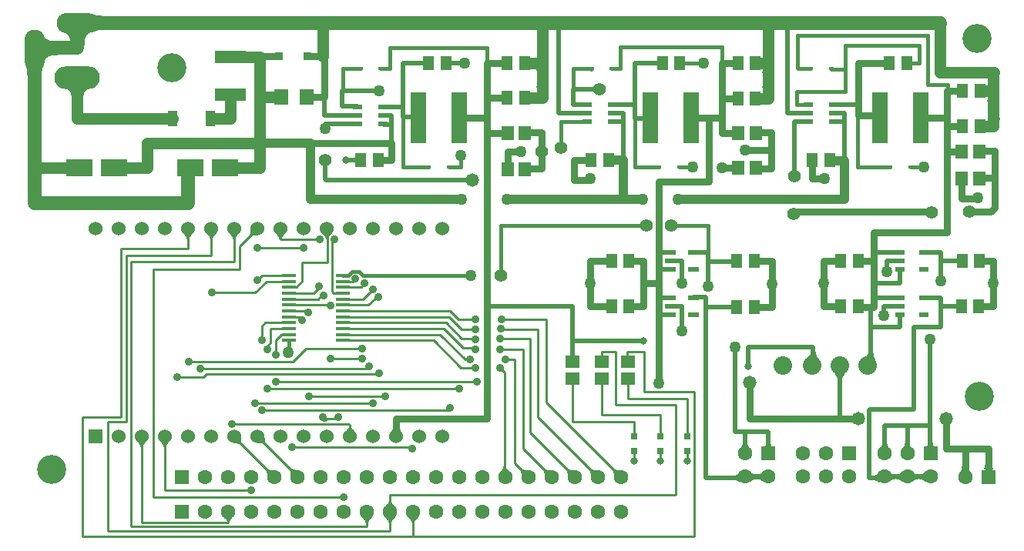
<source format=gtl>
G04*
G04 #@! TF.GenerationSoftware,Altium Limited,Altium Designer,24.4.1 (13)*
G04*
G04 Layer_Physical_Order=1*
G04 Layer_Color=255*
%FSLAX25Y25*%
%MOIN*%
G70*
G04*
G04 #@! TF.SameCoordinates,DFA012FA-E2B2-4B6A-99E0-2456AF4758C4*
G04*
G04*
G04 #@! TF.FilePolarity,Positive*
G04*
G01*
G75*
%ADD14C,0.01000*%
%ADD39R,0.05315X0.05906*%
%ADD40R,0.05906X0.01772*%
%ADD41R,0.13504X0.05315*%
%ADD42R,0.04921X0.02362*%
%ADD43R,0.05906X0.05315*%
%ADD44R,0.03150X0.03150*%
%ADD45R,0.04409X0.06772*%
%ADD46R,0.02323X0.01772*%
%ADD47R,0.05118X0.05906*%
%ADD48R,0.11614X0.07284*%
%ADD49R,0.04331X0.02362*%
%ADD50R,0.03543X0.03740*%
%ADD51R,0.04134X0.02165*%
%ADD52R,0.06693X0.22441*%
%ADD53R,0.06299X0.07087*%
%ADD54C,0.02000*%
%ADD55C,0.03000*%
%ADD56C,0.01500*%
%ADD57C,0.05000*%
%ADD58C,0.06000*%
%ADD59C,0.04000*%
%ADD60C,0.08000*%
%ADD61C,0.06000*%
%ADD62R,0.06000X0.06000*%
%ADD63C,0.06319*%
%ADD64R,0.06319X0.06319*%
%ADD65O,0.08858X0.17717*%
%ADD66O,0.17717X0.08858*%
%ADD67O,0.19685X0.09843*%
%ADD68C,0.12598*%
%ADD69C,0.03200*%
%ADD70C,0.03600*%
%ADD71C,0.05800*%
%ADD72C,0.05000*%
%ADD73C,0.05200*%
%ADD74C,0.05600*%
G36*
X33445Y230622D02*
X33879Y230461D01*
X34395Y230319D01*
X34994Y230195D01*
X36441Y230006D01*
X38220Y229892D01*
X40329Y229854D01*
Y223854D01*
X39233Y223845D01*
X35676Y223617D01*
X34994Y223513D01*
X33879Y223248D01*
X33445Y223087D01*
X33094Y222906D01*
Y230802D01*
X33445Y230622D01*
D02*
G37*
G36*
X32080Y222672D02*
X31571Y222482D01*
X31121Y222167D01*
X30732Y221725D01*
X30402Y221157D01*
X30133Y220463D01*
X29923Y219642D01*
X29773Y218696D01*
X29684Y217623D01*
X29653Y216424D01*
X23653D01*
X23624Y217623D01*
X23534Y218696D01*
X23384Y219642D01*
X23174Y220463D01*
X22905Y221157D01*
X22575Y221725D01*
X22186Y222167D01*
X21736Y222482D01*
X21227Y222672D01*
X20658Y222735D01*
X32649D01*
X32080Y222672D01*
D02*
G37*
G36*
X11902Y221374D02*
X12130Y220865D01*
X12487Y220416D01*
X12972Y220026D01*
X13586Y219697D01*
X14328Y219428D01*
X15198Y219218D01*
X16197Y219069D01*
X17325Y218979D01*
X18580Y218949D01*
Y212949D01*
X17396Y212919D01*
X16340Y212829D01*
X15413Y212679D01*
X14614Y212469D01*
X13943Y212199D01*
X13401Y211869D01*
X12987Y211479D01*
X12701Y211029D01*
X12545Y210520D01*
X12516Y209950D01*
X11802Y221942D01*
X11902Y221374D01*
D02*
G37*
G36*
X11917Y208252D02*
X11756Y207818D01*
X11614Y207302D01*
X11491Y206702D01*
X11301Y205256D01*
X11187Y203477D01*
X11150Y201367D01*
X5150D01*
X5140Y202464D01*
X4913Y206020D01*
X4808Y206702D01*
X4543Y207818D01*
X4382Y208252D01*
X4202Y208603D01*
X12098D01*
X11917Y208252D01*
D02*
G37*
G36*
X31178Y198276D02*
X30753Y198125D01*
X30378Y197874D01*
X30053Y197523D01*
X29778Y197071D01*
X29553Y196519D01*
X29379Y195867D01*
X29254Y195114D01*
X29179Y194261D01*
X29153Y193308D01*
X24153D01*
X24129Y194261D01*
X24054Y195114D01*
X23929Y195867D01*
X23754Y196519D01*
X23529Y197071D01*
X23254Y197523D01*
X22929Y197874D01*
X22554Y198125D01*
X22129Y198276D01*
X21655Y198326D01*
X31653D01*
X31178Y198276D01*
D02*
G37*
G36*
X104616Y134878D02*
X104183Y134875D01*
X103406Y134823D01*
X103063Y134774D01*
X102750Y134710D01*
X102467Y134630D01*
X102214Y134536D01*
X101991Y134426D01*
X101798Y134300D01*
X101635Y134160D01*
X100928Y134867D01*
X101068Y135030D01*
X101193Y135223D01*
X101303Y135446D01*
X101398Y135699D01*
X101478Y135983D01*
X101542Y136296D01*
X101591Y136639D01*
X101643Y137415D01*
X101646Y137848D01*
X104616Y134878D01*
D02*
G37*
G36*
X86442Y135427D02*
X85930Y134841D01*
X85722Y134564D01*
X85546Y134298D01*
X85402Y134041D01*
X85290Y133795D01*
X85210Y133560D01*
X85162Y133335D01*
X85146Y133120D01*
X84146D01*
X84130Y133335D01*
X84082Y133560D01*
X84002Y133795D01*
X83890Y134041D01*
X83746Y134298D01*
X83570Y134564D01*
X83362Y134841D01*
X82850Y135427D01*
X82546Y135735D01*
X86746D01*
X86442Y135427D01*
D02*
G37*
G36*
X136475Y135452D02*
X135967Y134856D01*
X135761Y134575D01*
X135586Y134306D01*
X135444Y134048D01*
X135332Y133801D01*
X135253Y133565D01*
X135205Y133341D01*
X135190Y133128D01*
X134190Y133113D01*
X134174Y133329D01*
X134125Y133555D01*
X134045Y133790D01*
X133932Y134035D01*
X133786Y134290D01*
X133609Y134554D01*
X133399Y134827D01*
X133158Y135110D01*
X132577Y135705D01*
X136777Y135766D01*
X136475Y135452D01*
D02*
G37*
G36*
X116639Y135636D02*
X116328Y135348D01*
X115803Y134796D01*
X115590Y134530D01*
X115410Y134273D01*
X115262Y134023D01*
X115147Y133781D01*
X115066Y133546D01*
X115016Y133319D01*
X115000Y133099D01*
X114000Y133148D01*
X113984Y133357D01*
X113938Y133579D01*
X113860Y133815D01*
X113751Y134064D01*
X113611Y134327D01*
X113440Y134602D01*
X113238Y134892D01*
X112740Y135511D01*
X112444Y135840D01*
X116639Y135636D01*
D02*
G37*
G36*
X96639D02*
X96328Y135348D01*
X95803Y134796D01*
X95590Y134530D01*
X95410Y134273D01*
X95262Y134023D01*
X95148Y133781D01*
X95066Y133546D01*
X95016Y133319D01*
X95000Y133099D01*
X94000Y133148D01*
X93984Y133357D01*
X93938Y133579D01*
X93860Y133815D01*
X93751Y134064D01*
X93611Y134327D01*
X93440Y134602D01*
X93238Y134892D01*
X92740Y135511D01*
X92444Y135840D01*
X96639Y135636D01*
D02*
G37*
G36*
X76639D02*
X76328Y135348D01*
X75803Y134796D01*
X75590Y134530D01*
X75410Y134273D01*
X75262Y134023D01*
X75147Y133781D01*
X75066Y133546D01*
X75016Y133319D01*
X75000Y133099D01*
X74000Y133148D01*
X73984Y133357D01*
X73938Y133579D01*
X73860Y133815D01*
X73751Y134064D01*
X73611Y134327D01*
X73440Y134602D01*
X73238Y134892D01*
X72740Y135511D01*
X72444Y135840D01*
X76639Y135636D01*
D02*
G37*
G36*
X145160Y52268D02*
X145201Y52036D01*
X145271Y51805D01*
X145369Y51575D01*
X145494Y51345D01*
X145647Y51116D01*
X145828Y50888D01*
X146037Y50660D01*
X146274Y50432D01*
X146538Y50206D01*
X142753D01*
X143018Y50432D01*
X143254Y50660D01*
X143463Y50888D01*
X143644Y51116D01*
X143798Y51345D01*
X143923Y51575D01*
X144020Y51805D01*
X144090Y52036D01*
X144132Y52268D01*
X144146Y52500D01*
X145146D01*
X145160Y52268D01*
D02*
G37*
G36*
X166152Y51953D02*
X166200Y51373D01*
X166242Y51115D01*
X166296Y50878D01*
X166362Y50664D01*
X166440Y50470D01*
X166530Y50299D01*
X166632Y50149D01*
X166746Y50020D01*
X162546D01*
X162660Y50149D01*
X162762Y50299D01*
X162852Y50470D01*
X162930Y50664D01*
X162996Y50878D01*
X163050Y51115D01*
X163092Y51373D01*
X163122Y51652D01*
X163146Y52276D01*
X166146D01*
X166152Y51953D01*
D02*
G37*
G36*
X107649Y47415D02*
X107701Y46639D01*
X107750Y46296D01*
X107814Y45983D01*
X107893Y45700D01*
X107988Y45446D01*
X108098Y45223D01*
X108223Y45030D01*
X108364Y44867D01*
X107657Y44160D01*
X107493Y44300D01*
X107300Y44426D01*
X107077Y44536D01*
X106824Y44630D01*
X106541Y44710D01*
X106228Y44774D01*
X105885Y44823D01*
X105109Y44875D01*
X104676Y44878D01*
X107645Y47848D01*
X107649Y47415D01*
D02*
G37*
G36*
X97573Y47070D02*
X97546Y46332D01*
X97565Y46003D01*
X97605Y45700D01*
X97667Y45423D01*
X97750Y45172D01*
X97855Y44948D01*
X97982Y44750D01*
X98129Y44578D01*
X97333Y43960D01*
X97183Y44089D01*
X96998Y44211D01*
X96780Y44325D01*
X96528Y44430D01*
X96242Y44528D01*
X95922Y44618D01*
X95182Y44774D01*
X94305Y44897D01*
X97619Y47478D01*
X97573Y47070D01*
D02*
G37*
G36*
X66639Y45636D02*
X66328Y45348D01*
X65803Y44796D01*
X65590Y44530D01*
X65410Y44273D01*
X65262Y44023D01*
X65148Y43781D01*
X65066Y43546D01*
X65016Y43319D01*
X65000Y43099D01*
X64000Y43148D01*
X63984Y43357D01*
X63938Y43579D01*
X63860Y43815D01*
X63751Y44064D01*
X63611Y44327D01*
X63440Y44603D01*
X63238Y44892D01*
X62740Y45511D01*
X62444Y45840D01*
X66639Y45636D01*
D02*
G37*
G36*
X56639D02*
X56328Y45348D01*
X55803Y44796D01*
X55590Y44530D01*
X55410Y44273D01*
X55262Y44023D01*
X55147Y43781D01*
X55066Y43546D01*
X55016Y43319D01*
X55000Y43099D01*
X54000Y43148D01*
X53984Y43357D01*
X53938Y43579D01*
X53860Y43815D01*
X53751Y44064D01*
X53611Y44327D01*
X53440Y44603D01*
X53238Y44892D01*
X52740Y45511D01*
X52444Y45840D01*
X56639Y45636D01*
D02*
G37*
G36*
X119284Y33970D02*
X119477Y33844D01*
X119706Y33727D01*
X119972Y33618D01*
X120275Y33518D01*
X120615Y33426D01*
X121404Y33267D01*
X122339Y33141D01*
X118866Y30402D01*
X118913Y30839D01*
X118940Y31628D01*
X118920Y31979D01*
X118878Y32301D01*
X118814Y32595D01*
X118728Y32859D01*
X118619Y33095D01*
X118489Y33303D01*
X118336Y33481D01*
X119127Y34103D01*
X119284Y33970D01*
D02*
G37*
G36*
X108976Y33755D02*
X109178Y33626D01*
X109413Y33512D01*
X109680Y33414D01*
X109980Y33332D01*
X110312Y33266D01*
X110677Y33216D01*
X111505Y33162D01*
X111968Y33159D01*
X108841Y30032D01*
X108838Y30495D01*
X108784Y31323D01*
X108734Y31688D01*
X108668Y32020D01*
X108586Y32320D01*
X108488Y32587D01*
X108374Y32822D01*
X108245Y33024D01*
X108100Y33193D01*
X108807Y33900D01*
X108976Y33755D01*
D02*
G37*
G36*
X162499Y19891D02*
X162550Y19657D01*
X162636Y19411D01*
X162755Y19153D01*
X162909Y18883D01*
X163098Y18601D01*
X163320Y18307D01*
X163868Y17684D01*
X164193Y17354D01*
X159770D01*
X160095Y17684D01*
X160643Y18307D01*
X160865Y18601D01*
X161054Y18883D01*
X161208Y19153D01*
X161327Y19411D01*
X161413Y19657D01*
X161464Y19891D01*
X161481Y20113D01*
X162481D01*
X162499Y19891D01*
D02*
G37*
G36*
X93436Y12269D02*
X93236Y12108D01*
X93059Y11938D01*
X92906Y11759D01*
X92776Y11571D01*
X92670Y11375D01*
X92588Y11169D01*
X92529Y10955D01*
X92493Y10732D01*
X92481Y10500D01*
X91481D01*
X91470Y10732D01*
X91434Y10955D01*
X91375Y11169D01*
X91293Y11375D01*
X91187Y11571D01*
X91057Y11759D01*
X90904Y11938D01*
X90727Y12108D01*
X90527Y12269D01*
X90303Y12421D01*
X93660D01*
X93436Y12269D01*
D02*
G37*
G36*
X163868Y12512D02*
X163320Y11889D01*
X163098Y11595D01*
X162909Y11313D01*
X162755Y11043D01*
X162636Y10785D01*
X162550Y10539D01*
X162499Y10305D01*
X162481Y10083D01*
X161481D01*
X161464Y10305D01*
X161413Y10539D01*
X161327Y10785D01*
X161208Y11043D01*
X161054Y11313D01*
X160865Y11595D01*
X160643Y11889D01*
X160095Y12512D01*
X159770Y12842D01*
X164193D01*
X163868Y12512D01*
D02*
G37*
G36*
X153868D02*
X153320Y11889D01*
X153098Y11595D01*
X152909Y11313D01*
X152755Y11043D01*
X152636Y10785D01*
X152550Y10539D01*
X152499Y10305D01*
X152481Y10083D01*
X151481D01*
X151464Y10305D01*
X151413Y10539D01*
X151327Y10785D01*
X151208Y11043D01*
X151054Y11313D01*
X150865Y11595D01*
X150643Y11889D01*
X150095Y12512D01*
X149770Y12842D01*
X154193D01*
X153868Y12512D01*
D02*
G37*
G36*
X174113Y12766D02*
X173782Y12452D01*
X173225Y11854D01*
X172998Y11570D01*
X172807Y11295D01*
X172650Y11030D01*
X172528Y10775D01*
X172441Y10529D01*
X172389Y10293D01*
X172371Y10067D01*
X171371Y10102D01*
X171354Y10320D01*
X171304Y10552D01*
X171220Y10798D01*
X171103Y11059D01*
X170951Y11334D01*
X170767Y11622D01*
X170549Y11926D01*
X170011Y12574D01*
X169693Y12920D01*
X174113Y12766D01*
D02*
G37*
G36*
X212000Y35055D02*
X212018Y34817D01*
X212073Y34578D01*
X212164Y34335D01*
X212292Y34091D01*
X212457Y33844D01*
X212658Y33595D01*
X212895Y33345D01*
X213169Y33091D01*
X213480Y32836D01*
X213827Y32578D01*
X209459Y31878D01*
X209752Y32283D01*
X210445Y33361D01*
X210615Y33674D01*
X210861Y34231D01*
X210938Y34475D01*
X210985Y34695D01*
X211000Y34893D01*
X212000Y35055D01*
D02*
G37*
G36*
X218807Y33900D02*
X218976Y33755D01*
X219178Y33626D01*
X219413Y33512D01*
X219680Y33414D01*
X219980Y33332D01*
X220312Y33266D01*
X220677Y33216D01*
X221505Y33162D01*
X221968Y33159D01*
X218841Y30032D01*
X218838Y30495D01*
X218784Y31323D01*
X218734Y31688D01*
X218668Y32020D01*
X218586Y32320D01*
X218488Y32587D01*
X218374Y32822D01*
X218245Y33024D01*
X218100Y33193D01*
X218807Y33900D01*
D02*
G37*
G36*
X228807D02*
X228976Y33755D01*
X229178Y33626D01*
X229413Y33512D01*
X229680Y33414D01*
X229980Y33332D01*
X230312Y33266D01*
X230677Y33216D01*
X231505Y33162D01*
X231968Y33159D01*
X228841Y30032D01*
X228838Y30495D01*
X228784Y31323D01*
X228734Y31688D01*
X228667Y32020D01*
X228586Y32320D01*
X228488Y32587D01*
X228374Y32822D01*
X228245Y33024D01*
X228100Y33193D01*
X228807Y33900D01*
D02*
G37*
G36*
X238807D02*
X238976Y33755D01*
X239178Y33626D01*
X239413Y33512D01*
X239680Y33414D01*
X239980Y33332D01*
X240312Y33266D01*
X240677Y33216D01*
X241505Y33162D01*
X241968Y33159D01*
X238841Y30032D01*
X238838Y30495D01*
X238784Y31323D01*
X238734Y31688D01*
X238667Y32020D01*
X238586Y32320D01*
X238488Y32587D01*
X238374Y32822D01*
X238245Y33024D01*
X238100Y33193D01*
X238807Y33900D01*
D02*
G37*
G36*
X248807D02*
X248976Y33755D01*
X249178Y33626D01*
X249413Y33512D01*
X249680Y33414D01*
X249980Y33332D01*
X250312Y33266D01*
X250677Y33216D01*
X251505Y33162D01*
X251968Y33159D01*
X248841Y30032D01*
X248838Y30495D01*
X248784Y31323D01*
X248734Y31688D01*
X248668Y32020D01*
X248586Y32320D01*
X248488Y32587D01*
X248374Y32822D01*
X248245Y33024D01*
X248100Y33193D01*
X248807Y33900D01*
D02*
G37*
G36*
X258807D02*
X258976Y33755D01*
X259178Y33626D01*
X259413Y33512D01*
X259680Y33414D01*
X259980Y33332D01*
X260312Y33266D01*
X260677Y33216D01*
X261505Y33162D01*
X261968Y33159D01*
X258841Y30032D01*
X258838Y30495D01*
X258784Y31323D01*
X258734Y31688D01*
X258667Y32020D01*
X258586Y32320D01*
X258488Y32587D01*
X258374Y32822D01*
X258245Y33024D01*
X258100Y33193D01*
X258807Y33900D01*
D02*
G37*
G36*
X310504Y30768D02*
X310798Y30781D01*
X311080Y30821D01*
X311352Y30887D01*
X311612Y30980D01*
X311861Y31100D01*
X312098Y31246D01*
X312325Y31419D01*
X312540Y31618D01*
X312743Y31844D01*
X312936Y32096D01*
X313652Y27732D01*
X313370Y27929D01*
X312807Y28260D01*
X312526Y28395D01*
X312245Y28509D01*
X311965Y28602D01*
X311686Y28675D01*
X311407Y28726D01*
X311129Y28757D01*
X310851Y28768D01*
X310504Y30768D01*
D02*
G37*
G36*
X320413Y29280D02*
X320126Y29267D01*
X319844Y29231D01*
X319568Y29171D01*
X319296Y29086D01*
X319030Y28977D01*
X318769Y28843D01*
X318513Y28686D01*
X318262Y28504D01*
X318017Y28298D01*
X317777Y28068D01*
Y32491D01*
X318017Y32261D01*
X318262Y32055D01*
X318513Y31873D01*
X318769Y31716D01*
X319030Y31582D01*
X319296Y31473D01*
X319568Y31389D01*
X319844Y31328D01*
X320126Y31292D01*
X320413Y31280D01*
Y29280D01*
D02*
G37*
G36*
X320628Y31280D02*
X320915Y31292D01*
X321197Y31328D01*
X321474Y31389D01*
X321745Y31473D01*
X322011Y31582D01*
X322272Y31716D01*
X322528Y31873D01*
X322779Y32055D01*
X323024Y32261D01*
X323264Y32491D01*
Y28068D01*
X323024Y28298D01*
X322779Y28504D01*
X322528Y28686D01*
X322272Y28843D01*
X322011Y28977D01*
X321745Y29086D01*
X321474Y29171D01*
X321197Y29231D01*
X320915Y29267D01*
X320628Y29280D01*
Y31280D01*
D02*
G37*
G36*
X316521Y45172D02*
X316533Y44885D01*
X316569Y44603D01*
X316630Y44326D01*
X316715Y44055D01*
X316824Y43789D01*
X316957Y43528D01*
X317114Y43272D01*
X317296Y43021D01*
X317502Y42776D01*
X317732Y42536D01*
X313309D01*
X313539Y42776D01*
X313745Y43021D01*
X313927Y43272D01*
X314085Y43528D01*
X314218Y43789D01*
X314327Y44055D01*
X314412Y44326D01*
X314472Y44603D01*
X314509Y44885D01*
X314521Y45172D01*
X316521D01*
D02*
G37*
G36*
X326590Y45427D02*
X326601Y45045D01*
X326630Y44703D01*
X326680Y44401D01*
X326751Y44139D01*
X326840Y43918D01*
X326951Y43737D01*
X327080Y43596D01*
X327231Y43496D01*
X327401Y43435D01*
X327590Y43415D01*
X323590D01*
X323780Y43435D01*
X323951Y43496D01*
X324101Y43596D01*
X324231Y43737D01*
X324341Y43918D01*
X324430Y44139D01*
X324501Y44401D01*
X324551Y44703D01*
X324581Y45045D01*
X324590Y45427D01*
X326590D01*
D02*
G37*
G36*
X346000Y84608D02*
X346016Y84291D01*
X346065Y83964D01*
X346147Y83627D01*
X346262Y83279D01*
X346409Y82922D01*
X346589Y82555D01*
X346801Y82177D01*
X347324Y81392D01*
X347635Y80984D01*
X342079Y81684D01*
X342444Y81979D01*
X342771Y82279D01*
X343059Y82584D01*
X343308Y82895D01*
X343520Y83211D01*
X343693Y83532D01*
X343827Y83858D01*
X343923Y84190D01*
X343981Y84526D01*
X344000Y84869D01*
X346000Y84608D01*
D02*
G37*
G36*
X370655Y30768D02*
X370949Y30781D01*
X371232Y30821D01*
X371503Y30887D01*
X371763Y30980D01*
X372012Y31100D01*
X372250Y31246D01*
X372476Y31419D01*
X372691Y31618D01*
X372895Y31844D01*
X373088Y32096D01*
X373804Y27732D01*
X373522Y27929D01*
X372958Y28260D01*
X372677Y28395D01*
X372397Y28509D01*
X372117Y28602D01*
X371838Y28675D01*
X371559Y28726D01*
X371280Y28757D01*
X371002Y28768D01*
X370655Y30768D01*
D02*
G37*
G36*
X380565Y29280D02*
X380278Y29267D01*
X379996Y29231D01*
X379719Y29171D01*
X379448Y29086D01*
X379181Y28977D01*
X378920Y28843D01*
X378665Y28686D01*
X378414Y28504D01*
X378169Y28298D01*
X377928Y28068D01*
Y32491D01*
X378169Y32261D01*
X378414Y32055D01*
X378665Y31873D01*
X378920Y31716D01*
X379181Y31582D01*
X379448Y31473D01*
X379719Y31389D01*
X379996Y31328D01*
X380278Y31292D01*
X380565Y31280D01*
Y29280D01*
D02*
G37*
G36*
X380780Y31280D02*
X381067Y31292D01*
X381349Y31328D01*
X381625Y31389D01*
X381897Y31473D01*
X382163Y31582D01*
X382424Y31716D01*
X382680Y31873D01*
X382930Y32055D01*
X383176Y32261D01*
X383416Y32491D01*
Y28068D01*
X383176Y28298D01*
X382930Y28504D01*
X382680Y28686D01*
X382424Y28843D01*
X382163Y28977D01*
X381897Y29086D01*
X381625Y29171D01*
X381349Y29231D01*
X381067Y29267D01*
X380780Y29280D01*
Y31280D01*
D02*
G37*
G36*
X376984Y45049D02*
X376995Y44767D01*
X377029Y44487D01*
X377084Y44209D01*
X377162Y43932D01*
X377262Y43657D01*
X377384Y43383D01*
X377529Y43112D01*
X377696Y42841D01*
X377885Y42573D01*
X378096Y42306D01*
X373694Y42743D01*
X373939Y42955D01*
X374159Y43175D01*
X374352Y43405D01*
X374520Y43643D01*
X374662Y43890D01*
X374778Y44146D01*
X374868Y44411D01*
X374933Y44685D01*
X374971Y44967D01*
X374984Y45259D01*
X376984Y45049D01*
D02*
G37*
G36*
X355500Y72227D02*
X355482Y72559D01*
X355428Y72892D01*
X355338Y73228D01*
X355212Y73567D01*
X355050Y73907D01*
X354852Y74250D01*
X354618Y74595D01*
X354348Y74942D01*
X354042Y75292D01*
X353700Y75643D01*
X359300D01*
X358958Y75292D01*
X358382Y74595D01*
X358148Y74250D01*
X357950Y73907D01*
X357788Y73567D01*
X357662Y73228D01*
X357572Y72892D01*
X357518Y72559D01*
X357500Y72227D01*
X355500D01*
D02*
G37*
G36*
X370996Y84025D02*
X371008Y83761D01*
X371043Y83469D01*
X371102Y83148D01*
X371289Y82420D01*
X371417Y82013D01*
X371943Y80622D01*
X372165Y80102D01*
X366972Y82197D01*
X367357Y82374D01*
X367701Y82571D01*
X368004Y82789D01*
X368268Y83026D01*
X368490Y83283D01*
X368672Y83560D01*
X368814Y83858D01*
X368916Y84175D01*
X368976Y84512D01*
X368997Y84869D01*
X370996Y84025D01*
D02*
G37*
G36*
X390565Y29280D02*
X390278Y29267D01*
X389996Y29231D01*
X389719Y29171D01*
X389448Y29086D01*
X389181Y28977D01*
X388920Y28843D01*
X388665Y28686D01*
X388414Y28504D01*
X388169Y28298D01*
X387929Y28068D01*
Y32491D01*
X388169Y32261D01*
X388414Y32055D01*
X388665Y31873D01*
X388920Y31716D01*
X389181Y31582D01*
X389448Y31473D01*
X389719Y31389D01*
X389996Y31328D01*
X390278Y31292D01*
X390565Y31280D01*
Y29280D01*
D02*
G37*
G36*
X390779Y31280D02*
X391067Y31292D01*
X391349Y31328D01*
X391625Y31389D01*
X391897Y31473D01*
X392163Y31582D01*
X392424Y31716D01*
X392680Y31873D01*
X392930Y32055D01*
X393176Y32261D01*
X393416Y32491D01*
Y28068D01*
X393176Y28298D01*
X392930Y28504D01*
X392680Y28686D01*
X392424Y28843D01*
X392163Y28977D01*
X391897Y29086D01*
X391625Y29171D01*
X391349Y29231D01*
X391067Y29267D01*
X390779Y29280D01*
Y31280D01*
D02*
G37*
G36*
X386672Y45172D02*
X386684Y44885D01*
X386721Y44603D01*
X386781Y44326D01*
X386866Y44055D01*
X386975Y43789D01*
X387108Y43528D01*
X387266Y43272D01*
X387448Y43021D01*
X387654Y42776D01*
X387884Y42536D01*
X383461D01*
X383691Y42776D01*
X383897Y43021D01*
X384079Y43272D01*
X384236Y43528D01*
X384369Y43789D01*
X384478Y44055D01*
X384563Y44326D01*
X384624Y44603D01*
X384660Y44885D01*
X384672Y45172D01*
X386672D01*
D02*
G37*
G36*
X396669Y45427D02*
X396679Y45045D01*
X396709Y44703D01*
X396759Y44401D01*
X396829Y44139D01*
X396919Y43918D01*
X397029Y43737D01*
X397159Y43596D01*
X397309Y43496D01*
X397479Y43435D01*
X397669Y43415D01*
X393669D01*
X393859Y43435D01*
X394029Y43496D01*
X394179Y43596D01*
X394309Y43737D01*
X394419Y43918D01*
X394509Y44139D01*
X394579Y44401D01*
X394629Y44703D01*
X394659Y45045D01*
X394669Y45427D01*
X396669D01*
D02*
G37*
G36*
X412248Y34838D02*
X412255Y34503D01*
X412312Y33896D01*
X412362Y33624D01*
X412426Y33371D01*
X412504Y33140D01*
X412597Y32928D01*
X412704Y32738D01*
X412824Y32568D01*
X412960Y32418D01*
X408536D01*
X408672Y32568D01*
X408793Y32738D01*
X408899Y32928D01*
X408992Y33140D01*
X409070Y33371D01*
X409134Y33624D01*
X409184Y33896D01*
X409220Y34190D01*
X409241Y34503D01*
X409248Y34838D01*
X412248D01*
D02*
G37*
G36*
X422366Y36309D02*
X422381Y35737D01*
X422426Y35225D01*
X422501Y34773D01*
X422606Y34381D01*
X422741Y34050D01*
X422906Y33779D01*
X423101Y33568D01*
X423326Y33417D01*
X423581Y33327D01*
X423866Y33297D01*
X417866D01*
X418151Y33327D01*
X418406Y33417D01*
X418631Y33568D01*
X418826Y33779D01*
X418991Y34050D01*
X419126Y34381D01*
X419231Y34773D01*
X419306Y35225D01*
X419351Y35737D01*
X419366Y36309D01*
X422366D01*
D02*
G37*
D14*
X210003Y98583D02*
X210043Y98543D01*
X209843Y94122D02*
Y94286D01*
X210003Y98583D02*
Y98583D01*
X239256Y30000D02*
X242000D01*
X267500Y37000D02*
Y41350D01*
X279000Y37000D02*
Y41350D01*
X293500Y4295D02*
Y67000D01*
X290500Y37000D02*
Y41350D01*
X253500Y57000D02*
Y72760D01*
Y57000D02*
X279000D01*
X253500Y84500D02*
X259500D01*
X253500Y80240D02*
Y84500D01*
X265000Y64000D02*
X290500D01*
X265000D02*
Y72760D01*
X290500Y56500D02*
Y64000D01*
X259500Y61500D02*
X285500D01*
Y22500D02*
Y61500D01*
X239300Y52700D02*
X241200Y50800D01*
X267500Y47650D02*
Y54000D01*
X241000D02*
Y72760D01*
Y54000D02*
X267500D01*
X279000Y47650D02*
Y57000D01*
X229500Y62500D02*
X239300Y52700D01*
X241200Y50800D02*
X262000Y30000D01*
X259500Y61500D02*
Y84500D01*
X272000Y67000D02*
X293500D01*
X161981Y22500D02*
X285500D01*
X161981Y15098D02*
Y22500D01*
X264500Y80240D02*
Y84500D01*
X171871Y4295D02*
Y15098D01*
X264500Y80240D02*
X265000D01*
X264500Y84500D02*
X272000D01*
Y67000D02*
Y84500D01*
X171871Y4295D02*
X293500D01*
X290500Y47650D02*
Y56500D01*
X211000Y98500D02*
X229500D01*
Y62500D02*
Y98500D01*
X219500Y42500D02*
Y85500D01*
Y42500D02*
X232000Y30000D01*
X209500Y85500D02*
X219500D01*
X222500Y49500D02*
X242000Y30000D01*
X209500Y90000D02*
X222500D01*
Y49500D02*
Y90000D01*
X226000Y56000D02*
Y94122D01*
Y56000D02*
X252000Y30000D01*
X209843Y94122D02*
X226000D01*
X216000Y36000D02*
X222000Y30000D01*
X216000Y36000D02*
Y81000D01*
X211998D02*
X216000D01*
X50000Y8800D02*
X53796D01*
X50000D02*
Y123500D01*
X92686Y8800D02*
X151981D01*
Y15098D01*
X53796Y8800D02*
X92686D01*
X54500Y10500D02*
Y47732D01*
Y10500D02*
X91981D01*
Y17098D01*
X40000Y6795D02*
X161981D01*
X211500Y30000D02*
X212000D01*
X74500Y129000D02*
Y137878D01*
X29000Y4295D02*
X171871D01*
X161981Y6795D02*
Y15098D01*
X141841Y21340D02*
X142000Y21500D01*
X64500Y24340D02*
Y47732D01*
Y24340D02*
X102000D01*
X59500Y21340D02*
Y120000D01*
X104646Y47878D02*
X122000Y30524D01*
Y30000D02*
Y30524D01*
X94646Y47354D02*
X112000Y30000D01*
X94646Y47354D02*
Y47878D01*
X59500Y21340D02*
X141841D01*
X188000Y59000D02*
Y60000D01*
X106500Y59000D02*
X188000D01*
X119500Y43000D02*
X171000D01*
X171500Y42500D01*
X211500Y30000D02*
Y75500D01*
X209500Y77500D02*
X211500Y75500D01*
X109000Y87000D02*
X110067Y88067D01*
X109000Y85500D02*
Y87000D01*
X110067Y88067D02*
Y94433D01*
X118307D01*
X112500Y83000D02*
Y89500D01*
X114874Y91874D01*
X106500Y89500D02*
Y95500D01*
X107992Y96992D01*
X75000Y80000D02*
X120000D01*
X54500Y47732D02*
X54646Y47878D01*
X64500Y47732D02*
X64646Y47878D01*
X97000Y130232D02*
X104646Y137878D01*
X97000Y120000D02*
Y130232D01*
X40000Y6795D02*
Y54000D01*
X29000Y4295D02*
Y56000D01*
X45500D01*
X40000Y54000D02*
X48000D01*
X45500Y56000D02*
Y129000D01*
X74500D01*
X48000Y126000D02*
X84500D01*
X48000Y54000D02*
Y126000D01*
X50000Y123500D02*
X94500D01*
X59500Y120000D02*
X97000D01*
X74500Y137878D02*
X74646D01*
X84500Y126000D02*
X84646Y126146D01*
Y137878D01*
X94500Y137732D02*
X94646Y137878D01*
X94500Y123500D02*
Y137732D01*
X118110Y89118D02*
X118307Y89315D01*
X118000Y84000D02*
X118307Y84307D01*
X137000Y110500D02*
Y133000D01*
X138000D01*
X134690Y123260D02*
Y137834D01*
X134153Y137386D02*
X134646Y137878D01*
X134690Y137834D01*
X124000Y115000D02*
Y123000D01*
X121346Y112346D02*
X124000Y115000D01*
X133179Y123007D02*
X134437D01*
X133172Y123000D02*
X133179Y123007D01*
X134437D02*
X134690Y123260D01*
X124000Y123000D02*
X133172D01*
X104500Y129500D02*
X124500D01*
X104500Y115500D02*
X106465Y117465D01*
X103500Y110000D02*
X108405Y114906D01*
X118307D01*
X103459Y62041D02*
X103500Y62000D01*
X103500D01*
X154500D01*
X194500Y81000D02*
X196502D01*
X192500Y77500D02*
X199000D01*
Y85500D02*
Y86000D01*
X180685Y89315D02*
X192500Y77500D01*
X141535Y89315D02*
X180685D01*
X125650Y85650D02*
X149850D01*
X120000Y80000D02*
X125650Y85650D01*
X149850D02*
X150000Y85800D01*
X136059Y81500D02*
X150000D01*
X183626Y91874D02*
X194500Y81000D01*
X198700Y90200D02*
X199000Y89900D01*
X141535Y91874D02*
X183626D01*
X185067Y94433D02*
X193500Y86000D01*
X199000D01*
X141535Y94433D02*
X185067D01*
X186008Y96992D02*
X193000Y90000D01*
X198500D01*
X198700Y90200D01*
X210043Y98543D02*
X210500Y99000D01*
X141535Y96992D02*
X186008D01*
X187449Y99551D02*
X192800Y94200D01*
X199000D01*
X188000Y102000D02*
X191500Y98500D01*
X199000D01*
X112500Y71500D02*
X199500D01*
X141646Y102000D02*
X188000D01*
X141535Y99551D02*
X187449D01*
X141535Y107228D02*
X150228D01*
X141535Y104669D02*
X152669D01*
X155500Y107500D01*
X150228Y107228D02*
X154500Y111500D01*
X210500Y99000D02*
X211000Y98500D01*
X141535Y102110D02*
X141646Y102000D01*
X155543Y74800D02*
X155743Y75000D01*
X82543Y74800D02*
X155543D01*
X80000Y77000D02*
X152000D01*
X153000Y78000D01*
X156984Y75000D02*
X157017Y74967D01*
X156932Y75052D02*
X156984Y75000D01*
X156932Y75052D02*
X157053D01*
X156984Y75000D02*
X157000D01*
X155743D02*
X156984D01*
X157000D02*
X157053Y75052D01*
X81243Y73500D02*
X82543Y74800D01*
X70000Y73500D02*
X81243D01*
X109000Y68500D02*
X191695D01*
X103459Y62041D02*
X103500Y62000D01*
X103500D01*
X127000Y65000D02*
X160000D01*
X103500Y62000D02*
X154500D01*
X118307Y99500D02*
Y99551D01*
X133000Y54700D02*
Y56000D01*
X139500Y55500D02*
Y56000D01*
X93445Y53055D02*
X93500Y53000D01*
X133700Y54700D02*
X134500Y55500D01*
X133000Y54700D02*
X133700D01*
X144146Y53000D02*
X144646Y52500D01*
X93500Y53000D02*
X144146D01*
X93445Y53055D02*
Y53245D01*
X156500Y107500D02*
X157000Y108000D01*
X155500Y107500D02*
X156500D01*
X149346Y112346D02*
X151000Y114000D01*
X114500Y137732D02*
X114646Y137878D01*
X114500Y133000D02*
Y137732D01*
Y133000D02*
X131500D01*
X137565Y109935D02*
X141683D01*
X137000Y110500D02*
X137565Y109935D01*
X141535Y112346D02*
X149346D01*
X145905Y114906D02*
X147000Y116000D01*
X141535Y114906D02*
X145905D01*
X144646Y47878D02*
Y52500D01*
X134500Y55500D02*
X139500D01*
X124000Y98000D02*
Y98500D01*
X126500Y101500D02*
X126750Y101750D01*
X118307Y104669D02*
X135331D01*
X126291Y102209D02*
X126750Y101750D01*
X122949Y99551D02*
X124000Y98500D01*
X118307Y99551D02*
X122949D01*
X107992Y96992D02*
X118307D01*
X114874Y91874D02*
X118307D01*
X118405Y102209D02*
X126291D01*
X133059Y108877D02*
Y108941D01*
X133000Y109000D02*
X133059Y108941D01*
X132500Y109000D02*
X133000D01*
X130728Y107228D02*
X132500Y109000D01*
X131197Y112753D02*
X131475Y112475D01*
X128787Y109787D02*
X131475Y112475D01*
X131197Y112753D02*
Y112753D01*
X118307Y109787D02*
X128787D01*
X135331Y104669D02*
X135500Y104500D01*
X136059D01*
X118307Y112346D02*
X121346D01*
X118307Y107228D02*
X130728D01*
X85000Y110000D02*
X103500D01*
X106465Y117465D02*
X118307D01*
X141535Y109787D02*
X141683Y109935D01*
X299524Y127602D02*
X299606Y127685D01*
X118307Y102110D02*
X118405Y102209D01*
D39*
X409251Y171231D02*
D03*
X416732D02*
D03*
X220158Y179231D02*
D03*
X212677D02*
D03*
X212677Y163589D02*
D03*
X220158D02*
D03*
X409251Y159589D02*
D03*
X416732D02*
D03*
X312567Y163998D02*
D03*
X320047D02*
D03*
X320047Y179231D02*
D03*
X312567D02*
D03*
D40*
X118307Y117465D02*
D03*
Y114906D02*
D03*
Y112346D02*
D03*
Y109787D02*
D03*
Y107228D02*
D03*
Y104669D02*
D03*
Y102110D02*
D03*
Y99551D02*
D03*
Y96992D02*
D03*
Y94433D02*
D03*
Y91874D02*
D03*
Y89315D02*
D03*
X141535D02*
D03*
Y91874D02*
D03*
Y94433D02*
D03*
Y96992D02*
D03*
Y99551D02*
D03*
Y102110D02*
D03*
Y104669D02*
D03*
Y107228D02*
D03*
Y109787D02*
D03*
Y112346D02*
D03*
Y114906D02*
D03*
Y117465D02*
D03*
D41*
X93000Y212268D02*
D03*
Y195732D02*
D03*
D42*
X283319Y107917D02*
D03*
Y104177D02*
D03*
Y100437D02*
D03*
X293162D02*
D03*
Y107917D02*
D03*
X283319Y127602D02*
D03*
Y123862D02*
D03*
Y120122D02*
D03*
X293162D02*
D03*
Y127602D02*
D03*
D43*
X253500Y80240D02*
D03*
Y72760D02*
D03*
X265000Y80240D02*
D03*
Y72760D02*
D03*
X241000Y80240D02*
D03*
Y72760D02*
D03*
D44*
X290500Y47650D02*
D03*
Y41350D02*
D03*
X279000Y47650D02*
D03*
Y41350D02*
D03*
X267500Y47650D02*
D03*
Y41350D02*
D03*
D45*
X67831Y185500D02*
D03*
X84169D02*
D03*
D46*
X187418Y164583D02*
D03*
X178560D02*
D03*
X352772Y207062D02*
D03*
X343914D02*
D03*
X149032D02*
D03*
X157890D02*
D03*
X378264Y164489D02*
D03*
X387122D02*
D03*
X278280Y164489D02*
D03*
X287138D02*
D03*
X257932Y207062D02*
D03*
X249074D02*
D03*
D47*
X186020Y209422D02*
D03*
X178540D02*
D03*
X352083Y167436D02*
D03*
X344603D02*
D03*
X256456D02*
D03*
X248976D02*
D03*
X385351Y209295D02*
D03*
X377870D02*
D03*
X312468Y209422D02*
D03*
X319949D02*
D03*
X287158Y209295D02*
D03*
X279678D02*
D03*
X156804Y167436D02*
D03*
X149323D02*
D03*
X212579Y209422D02*
D03*
X220059D02*
D03*
X212579Y194567D02*
D03*
X220059D02*
D03*
X409653Y197422D02*
D03*
X417133D02*
D03*
X265272Y123862D02*
D03*
X257792D02*
D03*
X265272Y104177D02*
D03*
X257792D02*
D03*
X409350Y123862D02*
D03*
X416830D02*
D03*
X409153Y104177D02*
D03*
X416633D02*
D03*
X364353D02*
D03*
X356873D02*
D03*
X364353Y123862D02*
D03*
X356873D02*
D03*
X311926D02*
D03*
X319406D02*
D03*
X311926Y103783D02*
D03*
X319406D02*
D03*
X312468Y194187D02*
D03*
X319949D02*
D03*
X409653Y182187D02*
D03*
X417133D02*
D03*
D48*
X75520Y164000D02*
D03*
X90480D02*
D03*
X27520D02*
D03*
X42480D02*
D03*
D49*
X158973Y190594D02*
D03*
Y186854D02*
D03*
Y183114D02*
D03*
X147949D02*
D03*
Y186854D02*
D03*
Y190594D02*
D03*
X258228Y191511D02*
D03*
Y187771D02*
D03*
Y184031D02*
D03*
X247204D02*
D03*
Y187771D02*
D03*
Y191511D02*
D03*
X353855D02*
D03*
Y187771D02*
D03*
Y184031D02*
D03*
X342831D02*
D03*
Y187771D02*
D03*
Y191511D02*
D03*
D50*
X126197Y212445D02*
D03*
X113796D02*
D03*
D51*
X382595Y107917D02*
D03*
Y104177D02*
D03*
Y100437D02*
D03*
X392831D02*
D03*
Y107917D02*
D03*
X382595Y127602D02*
D03*
Y123862D02*
D03*
Y120122D02*
D03*
X392831D02*
D03*
Y127602D02*
D03*
D52*
X373835Y185673D02*
D03*
X391552D02*
D03*
X274559D02*
D03*
X292276D02*
D03*
X174130D02*
D03*
X191847D02*
D03*
D53*
X114878Y194728D02*
D03*
X125902D02*
D03*
D54*
X345000Y78500D02*
Y86500D01*
X344500Y78500D02*
X345000D01*
X317000Y86500D02*
X345000D01*
X317000Y78000D02*
Y86500D01*
X241000Y89000D02*
Y104000D01*
Y80240D02*
Y89000D01*
X271500D01*
X204000Y104000D02*
X241000D01*
X356500Y55500D02*
Y78500D01*
X369997D02*
Y95122D01*
X368500Y78500D02*
X369997D01*
X369291Y29768D02*
Y59098D01*
X369488Y59295D02*
X388380D01*
X385672Y52602D02*
X395669D01*
X369291Y59098D02*
X369488Y59295D01*
X375984Y52602D02*
X385672D01*
X375984Y40592D02*
Y52602D01*
X385672Y40398D02*
Y52602D01*
X395669D02*
Y89610D01*
Y40282D02*
Y52602D01*
X311024Y49847D02*
Y86461D01*
X388380Y59295D02*
Y95106D01*
X334000Y188035D02*
Y226500D01*
X337229Y187771D02*
X342831D01*
X334000D02*
X336771D01*
X133382Y186854D02*
X147949D01*
X298622Y29768D02*
X315009D01*
X298622D02*
Y103898D01*
X325521Y30279D02*
X325984Y30743D01*
X142737Y167436D02*
X149323D01*
X278311Y100437D02*
X283319D01*
X278311Y100287D02*
Y100437D01*
Y107917D02*
X283319D01*
X278311Y107720D02*
Y107917D01*
Y120122D02*
X283319D01*
X278311Y119925D02*
Y120122D01*
X262910Y167436D02*
Y183876D01*
Y167169D02*
Y167436D01*
X162516Y174650D02*
Y182933D01*
Y186854D01*
X134000Y183114D02*
X147949D01*
X134000Y181000D02*
Y183114D01*
Y159000D02*
Y167500D01*
Y159000D02*
X134123Y158877D01*
X197500D01*
X234957Y187642D02*
Y226854D01*
X133382Y186854D02*
Y194728D01*
X337000Y160500D02*
Y184031D01*
X342831D01*
X268000Y209295D02*
X279678D01*
X268000Y191511D02*
Y209295D01*
X241256Y198000D02*
X252500D01*
X241256Y191511D02*
Y198000D01*
Y191511D02*
X247204D01*
X268000Y185500D02*
X274559D01*
Y185673D01*
X268000Y185500D02*
Y191511D01*
X258228D02*
X268000D01*
X167500Y209422D02*
X178540D01*
X167500Y190594D02*
Y209422D01*
Y186000D02*
X174130D01*
Y185673D02*
Y186000D01*
X167500D02*
Y190594D01*
X158973D02*
X167500D01*
X311024Y49847D02*
X315354D01*
X385672Y30279D02*
X395672D01*
X375672D02*
X385672D01*
X375160Y29768D02*
X375672Y30279D01*
X369291Y29768D02*
X375160D01*
X388380Y95106D02*
X388511Y95237D01*
X400115D01*
Y103980D01*
X375672Y40279D02*
X375984Y40592D01*
X410236Y42366D02*
X410748Y41854D01*
X420748Y30161D02*
X420866Y30279D01*
X395669Y40282D02*
X395672Y40279D01*
X315521Y30279D02*
X325521D01*
X315009Y29768D02*
X315521Y30279D01*
X315354Y49847D02*
X325590D01*
X315354D02*
X315521Y49680D01*
Y40279D02*
Y49680D01*
X325521Y40279D02*
X325590Y40350D01*
Y49847D01*
X307004Y164020D02*
X307026Y163998D01*
X288107Y114020D02*
Y123862D01*
X283319D02*
X288107D01*
Y93547D02*
Y104177D01*
X283319D02*
X288107D01*
X248849Y167563D02*
X248976Y167436D01*
X369997Y95122D02*
Y103390D01*
X369603Y103783D02*
X369997Y103390D01*
Y95122D02*
X382595D01*
Y100437D01*
X375508Y101815D02*
Y104177D01*
X382595D01*
X371178Y107917D02*
X382595D01*
X235086Y187771D02*
X247204D01*
X376689Y120713D02*
Y123862D01*
X371571Y114020D02*
X382595D01*
X371178Y114413D02*
X371571Y114020D01*
X382595D02*
Y120122D01*
X376689Y123862D02*
X382595D01*
X326296Y171894D02*
X326689Y171500D01*
X364417Y191511D02*
X364485Y191579D01*
X353855Y191511D02*
X364417D01*
X342763Y191579D02*
X342831Y191511D01*
X262755Y184031D02*
X262910Y183876D01*
X141256Y190791D02*
X147752D01*
X141256D02*
Y197484D01*
X157004D01*
X186020Y209422D02*
X186147Y209295D01*
X192831D01*
X400311Y115201D02*
Y123862D01*
X400115Y103980D02*
X408956D01*
X409153Y104177D01*
X400115Y103980D02*
Y107917D01*
X392831D02*
X400115D01*
X400311Y123862D02*
X409350D01*
X400311D02*
Y127406D01*
X400115Y127602D02*
X400311Y127406D01*
X392831Y127602D02*
X400115D01*
X371178Y127799D02*
X371374Y127602D01*
X382595D01*
X352083Y167436D02*
X352350Y167169D01*
X358579D02*
Y184098D01*
X299524Y112839D02*
Y123468D01*
X311811Y103898D02*
X311926Y103783D01*
X298622Y103898D02*
X311811D01*
X298622D02*
Y108000D01*
X293162Y107917D02*
X293245Y108000D01*
X298622D01*
X311532Y123468D02*
X311926Y123862D01*
X299524Y123468D02*
X311532D01*
X299524D02*
Y127602D01*
X293162D02*
X299524D01*
X353855Y187771D02*
X353984Y187642D01*
X358579D01*
Y184098D02*
Y187642D01*
X353855Y184031D02*
X353922Y184098D01*
X358579D01*
X326689Y179374D02*
X327151Y179835D01*
X278311Y127602D02*
X283319D01*
X159154Y182933D02*
X162516D01*
X158973Y183114D02*
X159154Y182933D01*
X158973Y186854D02*
X162516D01*
X262952Y184228D02*
Y187771D01*
X258228Y184031D02*
X262755D01*
X262952Y184228D01*
X258228Y187771D02*
X262952D01*
D55*
X204000Y55500D02*
Y104000D01*
X356500Y55500D02*
X364500D01*
X317500D02*
X356500D01*
X402500Y42366D02*
Y55500D01*
X317500D02*
Y71000D01*
X278264Y70906D02*
Y100240D01*
X337500Y145000D02*
X396271D01*
X402674Y185280D02*
Y197422D01*
Y136067D02*
Y171231D01*
X423540Y163626D02*
Y171000D01*
Y159626D02*
Y163626D01*
Y146697D02*
Y159626D01*
X204000Y104000D02*
Y179231D01*
X402674Y171231D02*
X409251D01*
X403174Y197422D02*
X409653D01*
X403174Y182187D02*
X409653D01*
X402500Y42366D02*
X410236D01*
X164646Y55500D02*
X204000D01*
X105429Y212445D02*
X113796D01*
X278311Y100437D02*
Y107720D01*
Y107917D02*
Y113823D01*
Y120122D02*
Y127602D01*
X299918Y158000D02*
Y185280D01*
X278311Y127602D02*
Y158000D01*
X299918D01*
X336500Y144000D02*
X337500Y145000D01*
X412500Y145000D02*
X421843D01*
X423540Y146697D01*
X127500Y174650D02*
X162516D01*
Y167436D02*
Y174650D01*
X156804Y167436D02*
X162516D01*
X126197Y212445D02*
X133000D01*
X164646Y47878D02*
Y55500D01*
X212838Y171106D02*
X218422D01*
X212677Y170945D02*
X212838Y171106D01*
X227477Y163626D02*
Y171000D01*
X204000Y209422D02*
X212579D01*
X204000Y194567D02*
Y209422D01*
Y179231D02*
Y185673D01*
Y179231D02*
X212677D01*
X191847Y185673D02*
X204000D01*
Y194567D01*
X212579D01*
X241650Y158902D02*
X248343D01*
X410236Y42366D02*
X420866D01*
X410748Y30161D02*
Y41854D01*
X420866Y30279D02*
Y42366D01*
X7402Y215949D02*
X8150Y215201D01*
Y215043D02*
Y215201D01*
X307026Y163998D02*
X312567D01*
X299524Y185673D02*
X305430D01*
X292276D02*
X299524D01*
X299918Y185280D01*
X241650Y158902D02*
Y167563D01*
X248849D01*
X369603Y103783D02*
X371178D01*
X364747D02*
X369603D01*
X371178D02*
Y107917D01*
Y114413D01*
X349524Y104177D02*
X356873D01*
X349524D02*
Y123862D01*
X356873D01*
X319406Y103783D02*
X327083D01*
Y123862D01*
X319406D02*
X327083D01*
X133382Y194728D02*
Y212445D01*
X212677Y163589D02*
Y170945D01*
X371178Y114413D02*
Y123862D01*
X414993Y150686D02*
X415272Y150964D01*
X409251Y150686D02*
X414993D01*
X409251D02*
Y159589D01*
X416633Y104177D02*
X422752D01*
Y123862D01*
X416830D02*
X422752D01*
X248343Y104177D02*
X257792D01*
X248343D02*
Y123862D01*
X257792D01*
X349721Y159492D02*
X349918Y159295D01*
X344603Y159492D02*
X349721D01*
X344603D02*
Y167436D01*
X125902Y194728D02*
X133382D01*
X364485Y202996D02*
Y209295D01*
Y191579D02*
Y202996D01*
X326689Y171500D02*
Y179374D01*
Y163626D02*
Y171500D01*
X315666Y171894D02*
X326296D01*
X227477Y171000D02*
Y179374D01*
X364485Y186854D02*
Y191579D01*
X364485Y209295D02*
X377870D01*
X364485Y209295D02*
X364485Y209295D01*
X371178Y127799D02*
Y136067D01*
Y123862D02*
Y127799D01*
Y136067D02*
X402674D01*
X271571Y114020D02*
Y123862D01*
Y104177D02*
Y114020D01*
X278311Y113823D02*
Y119925D01*
X278114Y114020D02*
X278311Y113823D01*
X271571Y114020D02*
X278114D01*
X278264Y100240D02*
X278311Y100287D01*
X364485Y186854D02*
X372654D01*
X373835Y185673D01*
X305430Y194728D02*
Y209295D01*
X364353Y104177D02*
X364747Y103783D01*
X364353Y123862D02*
X371178D01*
X265272Y104177D02*
X271571D01*
X265272Y123862D02*
X271571D01*
X402674Y171231D02*
Y185280D01*
X402280Y185673D02*
X402674Y185280D01*
X391552Y185673D02*
X402280D01*
X416769Y159626D02*
X423540D01*
X416732Y159589D02*
X416769Y159626D01*
X416874Y171374D02*
X423540D01*
X320420Y163626D02*
X326689D01*
X320047Y163998D02*
X320420Y163626D01*
X320047Y179231D02*
X320190Y179374D01*
X326689D01*
X305430Y185673D02*
Y194728D01*
X305971Y194187D02*
X312468D01*
X305430Y194728D02*
X305971Y194187D01*
X305430Y178980D02*
Y185673D01*
X305430Y185673D02*
X305430Y185673D01*
Y178980D02*
X312316D01*
X312567Y179231D01*
X305430Y209295D02*
X305557Y209422D01*
X312468D01*
X220158Y163589D02*
X220195Y163626D01*
X227477D01*
X220300Y179374D02*
X227477D01*
X220158Y179231D02*
X220300Y179374D01*
D56*
X403174Y197422D02*
Y200000D01*
X394500D02*
X403174D01*
X394500D02*
Y221500D01*
X338107D02*
X394500D01*
X390863Y209295D02*
Y217169D01*
X358973D02*
X390863D01*
X337713Y191579D02*
X342763D01*
X337713D02*
Y197090D01*
X334000Y187771D02*
Y188035D01*
X338107Y207327D02*
Y221500D01*
X162000Y207062D02*
Y216000D01*
X204000D01*
X118307Y84307D02*
Y89315D01*
X141535Y117465D02*
X143868D01*
X145654Y119250D01*
X148346D01*
X150132Y117465D01*
X196850D01*
Y117563D01*
X283500Y139049D02*
X299524D01*
X210000Y117500D02*
Y139000D01*
X273000D01*
X283500D02*
Y139049D01*
X299524Y127602D02*
Y139049D01*
X187418Y164583D02*
X192541D01*
Y169428D01*
X192437Y169532D02*
X192541Y169428D01*
X236000Y172500D02*
Y172681D01*
X235745D02*
Y184031D01*
X247204D01*
X241256Y207062D02*
X249074D01*
X241256Y198000D02*
Y207062D01*
X204000Y209422D02*
Y216000D01*
X157890Y207062D02*
X162000D01*
X305430Y209295D02*
Y216500D01*
X261500D02*
X305430D01*
X261500Y207062D02*
Y216500D01*
X257932Y207062D02*
X261500D01*
X268000Y164489D02*
Y185500D01*
Y164489D02*
X278280D01*
X167500Y164583D02*
Y186000D01*
Y164583D02*
X178560D01*
X287138Y164489D02*
X292756D01*
X234957Y187642D02*
X235086Y187771D01*
X391181Y164489D02*
X391256Y164413D01*
X387122Y164489D02*
X391181D01*
X287158Y209295D02*
X297555D01*
X338371Y207062D02*
X343914D01*
X338107Y207327D02*
X338371Y207062D01*
X337713Y197090D02*
X358973D01*
Y206933D01*
X141385Y197613D02*
Y207062D01*
X149032D01*
X141256Y197484D02*
X141385Y197613D01*
X147752Y190791D02*
X147949Y190594D01*
X358973Y206933D02*
Y217169D01*
X385351Y209295D02*
X390863D01*
X352772Y207062D02*
X352901Y206933D01*
X358973D01*
X385351Y209295D02*
X385351Y209295D01*
X364091Y186461D02*
X364485Y186854D01*
X364091Y164413D02*
Y186461D01*
X364166Y164489D02*
X378264D01*
X364091Y164413D02*
X364166Y164489D01*
X248945Y206933D02*
X249074Y207062D01*
D57*
X423000Y182187D02*
Y193000D01*
X417133Y197422D02*
X423000D01*
X400000Y205500D02*
X423000D01*
Y197422D02*
Y205500D01*
X423108D01*
X400000D02*
Y226500D01*
X423000Y193000D02*
Y197422D01*
X417133Y182187D02*
X423000D01*
X334000Y226500D02*
Y226854D01*
X319949Y209422D02*
X325500D01*
X325508Y199008D02*
Y205500D01*
X325500Y209422D02*
Y226854D01*
Y205500D02*
Y209422D01*
X228000Y194824D02*
Y209166D01*
Y226854D01*
X227743Y209422D02*
X228000Y209166D01*
X8150Y164000D02*
X28707D01*
X57000D02*
Y174650D01*
X42205Y164000D02*
X57000D01*
X26654Y185500D02*
Y203232D01*
Y185500D02*
X67831D01*
X90611Y164000D02*
X105429D01*
Y174650D01*
X57000D02*
X105429D01*
X8150Y161000D02*
Y161500D01*
X105429Y195122D02*
Y212268D01*
X93000D02*
X105429D01*
X93000Y185500D02*
Y195732D01*
X86669Y185500D02*
X93000D01*
X105429Y174650D02*
Y195122D01*
X325500Y199000D02*
X325508Y199008D01*
X325500Y194187D02*
Y199000D01*
X227743Y194567D02*
X228000Y194824D01*
X319949Y194187D02*
X325500D01*
X220059Y194567D02*
X227743D01*
X133000Y212445D02*
Y226854D01*
X105823Y194728D02*
X114878D01*
X105429Y195122D02*
X105823Y194728D01*
X220059Y209422D02*
X227743D01*
D58*
X334000Y226854D02*
X400000D01*
Y226500D02*
Y226854D01*
X325500D02*
X334000D01*
X234957D02*
X325500D01*
X228000D02*
X234957D01*
X133000D02*
X228000D01*
X8150Y161500D02*
Y215043D01*
Y148665D02*
X74500D01*
Y162980D02*
X75520Y164000D01*
X74500Y148665D02*
Y162980D01*
X8150Y148665D02*
Y161000D01*
X7402Y215949D02*
X26654D01*
Y226854D02*
X133000D01*
X26654Y216146D02*
Y226854D01*
D59*
X127500Y150339D02*
X192984D01*
X256456Y167436D02*
X262910D01*
X212500Y150500D02*
X262910D01*
Y167169D01*
Y150500D02*
X271146D01*
X358579Y150579D02*
Y167169D01*
X358500Y150500D02*
X358579Y150579D01*
X286500Y150500D02*
X358500D01*
X127500Y150339D02*
Y173862D01*
X105429Y174650D02*
X127500D01*
X352350Y167169D02*
X358579D01*
D60*
X332000Y78500D02*
D03*
X344500D02*
D03*
X356500D02*
D03*
X368500D02*
D03*
D61*
X184646Y137878D02*
D03*
Y47878D02*
D03*
X174646Y137878D02*
D03*
Y47878D02*
D03*
X164646Y137878D02*
D03*
Y47878D02*
D03*
X154646Y137878D02*
D03*
Y47878D02*
D03*
X144646Y137878D02*
D03*
Y47878D02*
D03*
X134646Y137878D02*
D03*
Y47878D02*
D03*
X124646Y137878D02*
D03*
Y47878D02*
D03*
X114646Y137878D02*
D03*
Y47878D02*
D03*
X104646Y137878D02*
D03*
Y47878D02*
D03*
X94646Y137878D02*
D03*
Y47878D02*
D03*
X84646Y137878D02*
D03*
Y47878D02*
D03*
X74646Y137878D02*
D03*
Y47878D02*
D03*
X64646Y137878D02*
D03*
Y47878D02*
D03*
X54646Y137878D02*
D03*
Y47878D02*
D03*
X44646Y137878D02*
D03*
Y47878D02*
D03*
X34646Y137878D02*
D03*
D62*
Y47878D02*
D03*
D63*
X101981Y15098D02*
D03*
X81981D02*
D03*
X91981D02*
D03*
X111981D02*
D03*
X121981D02*
D03*
X131981D02*
D03*
X141981D02*
D03*
X151981D02*
D03*
X161981D02*
D03*
X171981D02*
D03*
X181981D02*
D03*
X191981D02*
D03*
X201981D02*
D03*
X211981D02*
D03*
X221981D02*
D03*
X231981D02*
D03*
X241981D02*
D03*
X251981D02*
D03*
X261981D02*
D03*
X102000Y30000D02*
D03*
X82000D02*
D03*
X92000D02*
D03*
X112000D02*
D03*
X122000D02*
D03*
X132000D02*
D03*
X142000D02*
D03*
X152000D02*
D03*
X162000D02*
D03*
X172000D02*
D03*
X182000D02*
D03*
X192000D02*
D03*
X202000D02*
D03*
X212000D02*
D03*
X222000D02*
D03*
X232000D02*
D03*
X242000D02*
D03*
X252000D02*
D03*
X262000D02*
D03*
X410748Y30161D02*
D03*
X375672Y30279D02*
D03*
Y40279D02*
D03*
X385672Y30279D02*
D03*
Y40279D02*
D03*
X395672Y30279D02*
D03*
X340596Y30398D02*
D03*
Y40398D02*
D03*
X350596Y30398D02*
D03*
Y40398D02*
D03*
X360596Y30398D02*
D03*
X325521Y30279D02*
D03*
X315521Y40279D02*
D03*
Y30279D02*
D03*
D64*
X71981Y15098D02*
D03*
X72000Y30000D02*
D03*
X420748Y30161D02*
D03*
X395672Y40279D02*
D03*
X360596Y40398D02*
D03*
X325521Y40279D02*
D03*
D65*
X8150Y215043D02*
D03*
D66*
X26654Y226854D02*
D03*
D67*
Y203232D02*
D03*
D68*
X416000Y220000D02*
D03*
X417000Y65000D02*
D03*
X15500Y33500D02*
D03*
X67500Y207500D02*
D03*
D69*
X317000Y78000D02*
D03*
X271500Y89000D02*
D03*
X142737Y167436D02*
D03*
X267500Y37000D02*
D03*
X279000D02*
D03*
X290500D02*
D03*
D70*
X210003Y98583D02*
D03*
X209843Y94286D02*
D03*
X209500Y90000D02*
D03*
X142000Y21500D02*
D03*
X102000Y24340D02*
D03*
X188000Y60000D02*
D03*
X171500Y42500D02*
D03*
X119500Y43000D02*
D03*
X106500Y89500D02*
D03*
X109000Y85500D02*
D03*
X112500Y83000D02*
D03*
X138000Y133000D02*
D03*
X104500Y129500D02*
D03*
Y115500D02*
D03*
X103459Y62041D02*
D03*
X124500Y129500D02*
D03*
X209500Y77500D02*
D03*
X211998Y81000D02*
D03*
X199000Y77500D02*
D03*
X196502Y81000D02*
D03*
X199000Y85500D02*
D03*
X150000Y85800D02*
D03*
Y81500D02*
D03*
X199000Y94200D02*
D03*
Y89900D02*
D03*
Y98500D02*
D03*
X209500Y85500D02*
D03*
X199500Y71500D02*
D03*
X153000Y78000D02*
D03*
X80000Y77000D02*
D03*
X157017Y74967D02*
D03*
X70000Y73500D02*
D03*
X154500Y111500D02*
D03*
X136059Y81500D02*
D03*
X127000Y65000D02*
D03*
X112500Y71500D02*
D03*
X191695Y68500D02*
D03*
X154500Y62000D02*
D03*
X106500Y59000D02*
D03*
X109000Y68500D02*
D03*
X160000Y65000D02*
D03*
X124000Y98000D02*
D03*
X133000Y56000D02*
D03*
X93445Y53245D02*
D03*
X139500Y56000D02*
D03*
X157000Y108000D02*
D03*
X151000Y114000D02*
D03*
X131500Y133000D02*
D03*
X75000Y80000D02*
D03*
X147000Y116000D02*
D03*
X126500Y101500D02*
D03*
X133059Y108877D02*
D03*
X136059Y104500D02*
D03*
X131197Y112753D02*
D03*
X85000Y110000D02*
D03*
D71*
X402500Y55500D02*
D03*
X364500D02*
D03*
X317500Y71000D02*
D03*
X197500Y158877D02*
D03*
D72*
X278264Y70906D02*
D03*
X349524Y114020D02*
D03*
X271146Y150500D02*
D03*
X286500D02*
D03*
X212500D02*
D03*
X192984Y150323D02*
D03*
X134000Y181000D02*
D03*
X118000Y84000D02*
D03*
X218422Y171106D02*
D03*
X192437Y169532D02*
D03*
X248343Y159295D02*
D03*
X311024Y86461D02*
D03*
X196850Y117563D02*
D03*
X395669Y89610D02*
D03*
X305430Y164020D02*
D03*
X288107Y114020D02*
D03*
Y93547D02*
D03*
X375508Y100240D02*
D03*
X292756Y164489D02*
D03*
X392831Y164413D02*
D03*
X327083Y113823D02*
D03*
X376689Y119138D02*
D03*
X416059Y150964D02*
D03*
X422752Y114020D02*
D03*
X248343D02*
D03*
X349918Y159295D02*
D03*
X297555Y209295D02*
D03*
X315666Y171894D02*
D03*
X157004Y197484D02*
D03*
X194012Y209295D02*
D03*
X400311Y115201D02*
D03*
X299524Y112839D02*
D03*
D73*
X228000Y199000D02*
D03*
Y206500D02*
D03*
X325500Y199000D02*
D03*
X325508Y205500D02*
D03*
X423087Y185502D02*
D03*
X423000Y193000D02*
D03*
D74*
X336500Y144000D02*
D03*
X412500Y145000D02*
D03*
X396271Y144803D02*
D03*
X134000Y167500D02*
D03*
X210000Y117500D02*
D03*
X273000Y139000D02*
D03*
X283500D02*
D03*
X227477Y171000D02*
D03*
X337000Y160500D02*
D03*
X235745Y172681D02*
D03*
X252500Y198000D02*
D03*
M02*

</source>
